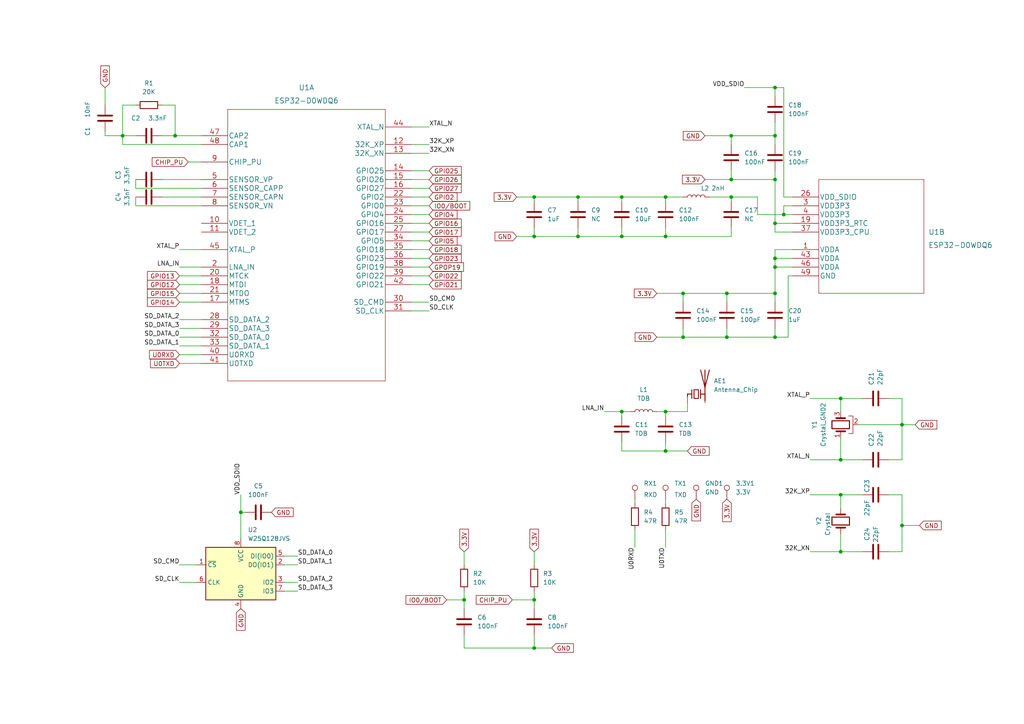
<source format=kicad_sch>
(kicad_sch (version 20211123) (generator eeschema)
  (paper "A4")
  (lib_symbols
    (symbol "Connector:TestPoint" (pin_numbers hide) (pin_names (offset 0.762) hide)
      (property "Reference" "TP" (at 0 6.858 0))
      (property "Value" "TestPoint" (at 0 5.08 0))
      (symbol "TestPoint_0_1"
        (circle (center 0 3.302) (radius 0.762))
      )
      (symbol "TestPoint_1_1"
        (pin passive line (at 0 0 90) (length 2.54) (name "1") (number "1"))
      )
    )
    (symbol "Device:Antenna_Chip" (pin_numbers hide) (pin_names (offset 1.016) hide)
      (property "Reference" "AE" (at 0 5.08 0))
      (property "Value" "Antenna_Chip" (at 0 3.175 0))
      (symbol "Antenna_Chip_0_1"
        (polyline (pts (xy -2.54 0) (xy -2.54 -0.635)) (stroke (width 0.254)))
        (polyline (pts (xy -2.54 0) (xy -1.27 0)) (stroke (width 0.254)))
        (polyline (pts (xy 1.27 0) (xy 2.54 0)) (stroke (width 0.254)))
        (polyline (pts (xy 1.27 1.27) (xy 1.27 -1.27)) (stroke (width 0.254)))
        (polyline (pts (xy 2.54 -0.635) (xy 2.54 0)))
        (polyline (pts (xy 2.54 6.985) (xy 2.54 -1.905)) (stroke (width 0.254)))
        (polyline (pts (xy -1.27 1.27) (xy -1.27 -1.27) (xy -1.27 0)) (stroke (width 0.254)))
        (polyline (pts (xy 3.81 6.985) (xy 2.54 1.905) (xy 1.27 6.985)) (stroke (width 0.254)))
        (polyline (pts (xy -0.635 1.27) (xy 0.635 1.27) (xy 0.635 -1.27) (xy -0.635 -1.27) (xy -0.635 1.27)) (stroke (width 0.254)))
      )
      (symbol "Antenna_Chip_1_1"
        (pin input line (at -2.54 -2.54 90) (length 2.54) (name "FEED") (number "1"))
        (pin passive line (at 2.54 -2.54 90) (length 2.54) (name "PCB_Trace") (number "2"))
      )
    )
    (symbol "Device:C" (pin_numbers hide) (pin_names (offset 0.254))
      (property "Reference" "C" (at 0.635 2.54 0))
      (property "Value" "C" (at 0.635 -2.54 0))
      (symbol "C_0_1"
        (polyline (pts (xy -2.032 -0.762) (xy 2.032 -0.762)) (stroke (width 0.508)))
        (polyline (pts (xy -2.032 0.762) (xy 2.032 0.762)) (stroke (width 0.508)))
      )
      (symbol "C_1_1"
        (pin passive line (at 0 3.81 270) (length 2.794) (name "~") (number "1"))
        (pin passive line (at 0 -3.81 90) (length 2.794) (name "~") (number "2"))
      )
    )
    (symbol "Device:Crystal" (pin_numbers hide) (pin_names (offset 1.016) hide)
      (property "Reference" "Y" (at 0 3.81 0))
      (property "Value" "Crystal" (at 0 -3.81 0))
      (symbol "Crystal_0_1"
        (rectangle (start -1.143 2.54) (end 1.143 -2.54) (stroke (width 0.3048)))
        (polyline (pts (xy -2.54 0) (xy -1.905 0)))
        (polyline (pts (xy -1.905 -1.27) (xy -1.905 1.27)) (stroke (width 0.508)))
        (polyline (pts (xy 1.905 -1.27) (xy 1.905 1.27)) (stroke (width 0.508)))
        (polyline (pts (xy 2.54 0) (xy 1.905 0)))
      )
      (symbol "Crystal_1_1"
        (pin passive line (at -3.81 0 0) (length 1.27) (name "1") (number "1"))
        (pin passive line (at 3.81 0 180) (length 1.27) (name "2") (number "2"))
      )
    )
    (symbol "Device:Crystal_GND2" (pin_names (offset 1.016) hide)
      (property "Reference" "Y" (at 0 5.715 0))
      (property "Value" "Crystal_GND2" (at 0 3.81 0))
      (symbol "Crystal_GND2_0_1"
        (rectangle (start -1.143 2.54) (end 1.143 -2.54) (stroke (width 0.3048)))
        (polyline (pts (xy -2.54 0) (xy -1.905 0)))
        (polyline (pts (xy -1.905 -1.27) (xy -1.905 1.27)) (stroke (width 0.508)))
        (polyline (pts (xy 0 -3.81) (xy 0 -3.556)))
        (polyline (pts (xy 1.905 0) (xy 2.54 0)))
        (polyline (pts (xy 1.905 1.27) (xy 1.905 -1.27)) (stroke (width 0.508)))
        (polyline (pts (xy -2.54 -2.286) (xy -2.54 -3.556) (xy 2.54 -3.556) (xy 2.54 -2.286)))
      )
      (symbol "Crystal_GND2_1_1"
        (pin passive line (at -3.81 0 0) (length 1.27) (name "1") (number "1"))
        (pin passive line (at 0 -5.08 90) (length 1.27) (name "2") (number "2"))
        (pin passive line (at 3.81 0 180) (length 1.27) (name "3") (number "3"))
      )
    )
    (symbol "Device:L" (pin_numbers hide) (pin_names (offset 1.016) hide)
      (property "Reference" "L" (at -1.27 0 90))
      (property "Value" "L" (at 1.905 0 90))
      (symbol "L_0_1"
        (arc (start 0 -2.54) (mid 0.635 -1.905) (end 0 -1.27))
        (arc (start 0 -1.27) (mid 0.635 -0.635) (end 0 0))
        (arc (start 0 0) (mid 0.635 0.635) (end 0 1.27))
        (arc (start 0 1.27) (mid 0.635 1.905) (end 0 2.54))
      )
      (symbol "L_1_1"
        (pin passive line (at 0 3.81 270) (length 1.27) (name "1") (number "1"))
        (pin passive line (at 0 -3.81 90) (length 1.27) (name "2") (number "2"))
      )
    )
    (symbol "Device:R" (pin_numbers hide) (pin_names (offset 0))
      (property "Reference" "R" (at 2.032 0 90))
      (property "Value" "R" (at 0 0 90))
      (symbol "R_0_1"
        (rectangle (start -1.016 -2.54) (end 1.016 2.54) (stroke (width 0.254)))
      )
      (symbol "R_1_1"
        (pin passive line (at 0 3.81 270) (length 1.27) (name "~") (number "1"))
        (pin passive line (at 0 -3.81 90) (length 1.27) (name "~") (number "2"))
      )
    )
    (symbol "ESP32-D0WDQ6:ESP32-D0WDQ6" (pin_names (offset 0.254))
      (property "Reference" "U" (at 30.48 12.7 0))
      (property "Value" "ESP32-D0WDQ6" (at 30.48 10.16 0))
      (symbol "ESP32-D0WDQ6_1_1"
        (polyline (pts (xy 7.62 -71.12) (xy 53.34 -71.12)) (stroke (width 0.127)))
        (polyline (pts (xy 7.62 7.62) (xy 7.62 -71.12)) (stroke (width 0.127)))
        (polyline (pts (xy 53.34 -71.12) (xy 53.34 7.62)) (stroke (width 0.127)))
        (polyline (pts (xy 53.34 7.62) (xy 7.62 7.62)) (stroke (width 0.127)))
        (pin input line (at 0 -25.4 0) (length 7.62) (name "VDET_1") (number "10"))
        (pin input line (at 0 -27.94 0) (length 7.62) (name "VDET_2") (number "11"))
        (pin bidirectional line (at 60.96 -2.54 180) (length 7.62) (name "32K_XP") (number "12"))
        (pin bidirectional line (at 60.96 -5.08 180) (length 7.62) (name "32K_XN") (number "13"))
        (pin bidirectional line (at 60.96 -10.16 180) (length 7.62) (name "GPIO25") (number "14"))
        (pin bidirectional line (at 60.96 -12.7 180) (length 7.62) (name "GPIO26") (number "15"))
        (pin bidirectional line (at 60.96 -15.24 180) (length 7.62) (name "GPIO27") (number "16"))
        (pin unspecified line (at 0 -48.26 0) (length 7.62) (name "MTMS") (number "17"))
        (pin unspecified line (at 0 -43.18 0) (length 7.62) (name "MTDI") (number "18"))
        (pin bidirectional line (at 0 -38.1 0) (length 7.62) (name "LNA_IN") (number "2"))
        (pin bidirectional line (at 0 -40.64 0) (length 7.62) (name "MTCK") (number "20"))
        (pin bidirectional line (at 0 -45.72 0) (length 7.62) (name "MTDO") (number "21"))
        (pin bidirectional line (at 60.96 -17.78 180) (length 7.62) (name "GPIO2") (number "22"))
        (pin bidirectional line (at 60.96 -20.32 180) (length 7.62) (name "GPIO0") (number "23"))
        (pin bidirectional line (at 60.96 -22.86 180) (length 7.62) (name "GPIO4") (number "24"))
        (pin bidirectional line (at 60.96 -25.4 180) (length 7.62) (name "GPIO16") (number "25"))
        (pin bidirectional line (at 60.96 -27.94 180) (length 7.62) (name "GPIO17") (number "27"))
        (pin bidirectional line (at 0 -53.34 0) (length 7.62) (name "SD_DATA_2") (number "28"))
        (pin bidirectional line (at 0 -55.88 0) (length 7.62) (name "SD_DATA_3") (number "29"))
        (pin bidirectional line (at 60.96 -48.26 180) (length 7.62) (name "SD_CMD") (number "30"))
        (pin bidirectional line (at 60.96 -50.8 180) (length 7.62) (name "SD_CLK") (number "31"))
        (pin bidirectional line (at 0 -58.42 0) (length 7.62) (name "SD_DATA_0") (number "32"))
        (pin bidirectional line (at 0 -60.96 0) (length 7.62) (name "SD_DATA_1") (number "33"))
        (pin bidirectional line (at 60.96 -30.48 180) (length 7.62) (name "GPIO5") (number "34"))
        (pin bidirectional line (at 60.96 -33.02 180) (length 7.62) (name "GPIO18") (number "35"))
        (pin bidirectional line (at 60.96 -35.56 180) (length 7.62) (name "GPIO23") (number "36"))
        (pin bidirectional line (at 60.96 -38.1 180) (length 7.62) (name "GPIO19") (number "38"))
        (pin bidirectional line (at 60.96 -40.64 180) (length 7.62) (name "GPIO22") (number "39"))
        (pin bidirectional line (at 0 -63.5 0) (length 7.62) (name "U0RXD") (number "40"))
        (pin bidirectional line (at 0 -66.04 0) (length 7.62) (name "U0TXD") (number "41"))
        (pin bidirectional line (at 60.96 -43.18 180) (length 7.62) (name "GPIO21") (number "42"))
        (pin output line (at 60.96 2.54 180) (length 7.62) (name "XTAL_N") (number "44"))
        (pin input line (at 0 -33.02 0) (length 7.62) (name "XTAL_P") (number "45"))
        (pin input line (at 0 0 0) (length 7.62) (name "CAP2") (number "47"))
        (pin input line (at 0 -2.54 0) (length 7.62) (name "CAP1") (number "48"))
        (pin input line (at 0 -12.7 0) (length 7.62) (name "SENSOR_VP") (number "5"))
        (pin input line (at 0 -15.24 0) (length 7.62) (name "SENSOR_CAPP") (number "6"))
        (pin input line (at 0 -17.78 0) (length 7.62) (name "SENSOR_CAPN") (number "7"))
        (pin input line (at 0 -20.32 0) (length 7.62) (name "SENSOR_VN") (number "8"))
        (pin input line (at 0 -7.62 0) (length 7.62) (name "CHIP_PU") (number "9"))
      )
      (symbol "ESP32-D0WDQ6_2_1"
        (polyline (pts (xy 7.62 -27.94) (xy 38.1 -27.94)) (stroke (width 0.127)))
        (polyline (pts (xy 7.62 5.08) (xy 7.62 -27.94)) (stroke (width 0.127)))
        (polyline (pts (xy 38.1 -27.94) (xy 38.1 5.08)) (stroke (width 0.127)))
        (polyline (pts (xy 38.1 5.08) (xy 7.62 5.08)) (stroke (width 0.127)))
        (pin power_in line (at 0 -15.24 0) (length 7.62) (name "VDDA") (number "1"))
        (pin power_in line (at 0 -7.62 0) (length 7.62) (name "VDD3P3_RTC") (number "19"))
        (pin power_in line (at 0 0 0) (length 7.62) (name "VDD_SDIO") (number "26"))
        (pin power_in line (at 0 -2.54 0) (length 7.62) (name "VDD3P3") (number "3"))
        (pin power_in line (at 0 -10.16 0) (length 7.62) (name "VDD3P3_CPU") (number "37"))
        (pin power_in line (at 0 -5.08 0) (length 7.62) (name "VDD3P3") (number "4"))
        (pin power_in line (at 0 -17.78 0) (length 7.62) (name "VDDA") (number "43"))
        (pin power_in line (at 0 -20.32 0) (length 7.62) (name "VDDA") (number "46"))
        (pin power_in line (at 0 -22.86 0) (length 7.62) (name "GND") (number "49"))
      )
    )
    (symbol "Memory_Flash:W25Q128JVS"
      (property "Reference" "U" (at -8.89 8.89 0))
      (property "Value" "W25Q128JVS" (at 7.62 8.89 0))
      (symbol "W25Q128JVS_0_1"
        (rectangle (start -10.16 7.62) (end 10.16 -7.62) (stroke (width 0.254)) (fill (type background)))
      )
      (symbol "W25Q128JVS_1_1"
        (pin input line (at -12.7 2.54 0) (length 2.54) (name "~{CS}") (number "1"))
        (pin bidirectional line (at 12.7 2.54 180) (length 2.54) (name "DO(IO1)") (number "2"))
        (pin bidirectional line (at 12.7 -2.54 180) (length 2.54) (name "IO2") (number "3"))
        (pin power_in line (at 0 -10.16 90) (length 2.54) (name "GND") (number "4"))
        (pin bidirectional line (at 12.7 5.08 180) (length 2.54) (name "DI(IO0)") (number "5"))
        (pin input line (at -12.7 -2.54 0) (length 2.54) (name "CLK") (number "6"))
        (pin bidirectional line (at 12.7 -5.08 180) (length 2.54) (name "IO3") (number "7"))
        (pin power_in line (at 0 10.16 270) (length 2.54) (name "VCC") (number "8"))
      )
    )
  )
  (junction (at 180.34 57.15))
  (junction (at 224.79 64.77))
  (junction (at 224.79 52.07))
  (junction (at 212.09 57.15))
  (junction (at 212.09 39.37))
  (junction (at 261.62 152.4))
  (junction (at 69.85 148.59))
  (junction (at 154.94 173.99))
  (junction (at 193.04 68.58))
  (junction (at 193.04 119.38))
  (junction (at 224.79 77.47))
  (junction (at 50.8 39.37))
  (junction (at 243.84 143.51))
  (junction (at 198.12 85.09))
  (junction (at 154.94 68.58))
  (junction (at 227.33 62.23))
  (junction (at 210.82 85.09))
  (junction (at 224.79 97.79))
  (junction (at 193.04 57.15))
  (junction (at 35.56 39.37))
  (junction (at 180.34 68.58))
  (junction (at 154.94 187.96))
  (junction (at 167.64 68.58))
  (junction (at 224.79 74.93))
  (junction (at 198.12 97.79))
  (junction (at 243.84 115.57))
  (junction (at 134.62 173.99))
  (junction (at 224.79 85.09))
  (junction (at 243.84 133.35))
  (junction (at 210.82 97.79))
  (junction (at 180.34 119.38))
  (junction (at 224.79 39.37))
  (junction (at 224.79 25.4))
  (junction (at 154.94 57.15))
  (junction (at 212.09 52.07))
  (junction (at 243.84 160.02))
  (junction (at 193.04 130.81))
  (junction (at 261.62 123.19))
  (junction (at 167.64 57.15))
  (wire (pts (xy 154.94 184.15) (xy 154.94 187.96)))
  (wire (pts (xy 52.07 82.55) (xy 58.42 82.55)))
  (wire (pts (xy 124.46 74.93) (xy 119.38 74.93)))
  (wire (pts (xy 212.09 52.07) (xy 224.79 52.07)))
  (wire (pts (xy 224.79 77.47) (xy 229.87 77.47)))
  (wire (pts (xy 198.12 85.09) (xy 198.12 87.63)))
  (wire (pts (xy 180.34 66.04) (xy 180.34 68.58)))
  (wire (pts (xy 50.8 30.48) (xy 50.8 39.37)))
  (wire (pts (xy 46.99 57.15) (xy 58.42 57.15)))
  (wire (pts (xy 35.56 39.37) (xy 39.37 39.37)))
  (wire (pts (xy 198.12 95.25) (xy 198.12 97.79)))
  (wire (pts (xy 52.07 80.01) (xy 58.42 80.01)))
  (wire (pts (xy 229.87 74.93) (xy 224.79 74.93)))
  (wire (pts (xy 46.99 39.37) (xy 50.8 39.37)))
  (wire (pts (xy 257.81 115.57) (xy 261.62 115.57)))
  (wire (pts (xy 124.46 82.55) (xy 119.38 82.55)))
  (wire (pts (xy 86.36 171.45) (xy 82.55 171.45)))
  (wire (pts (xy 243.84 154.94) (xy 243.84 160.02)))
  (wire (pts (xy 193.04 119.38) (xy 193.04 120.65)))
  (wire (pts (xy 182.88 119.38) (xy 180.34 119.38)))
  (wire (pts (xy 193.04 153.67) (xy 193.04 158.75)))
  (wire (pts (xy 257.81 143.51) (xy 261.62 143.51)))
  (wire (pts (xy 193.04 68.58) (xy 212.09 68.58)))
  (wire (pts (xy 243.84 115.57) (xy 250.19 115.57)))
  (wire (pts (xy 198.12 57.15) (xy 193.04 57.15)))
  (wire (pts (xy 124.46 57.15) (xy 119.38 57.15)))
  (wire (pts (xy 224.79 27.94) (xy 224.79 25.4)))
  (wire (pts (xy 215.9 25.4) (xy 224.79 25.4)))
  (wire (pts (xy 243.84 160.02) (xy 250.19 160.02)))
  (wire (pts (xy 124.46 69.85) (xy 119.38 69.85)))
  (wire (pts (xy 30.48 38.1) (xy 30.48 39.37)))
  (wire (pts (xy 261.62 115.57) (xy 261.62 123.19)))
  (wire (pts (xy 52.07 97.79) (xy 58.42 97.79)))
  (wire (pts (xy 124.46 54.61) (xy 119.38 54.61)))
  (wire (pts (xy 193.04 57.15) (xy 180.34 57.15)))
  (wire (pts (xy 124.46 59.69) (xy 119.38 59.69)))
  (wire (pts (xy 167.64 57.15) (xy 167.64 58.42)))
  (wire (pts (xy 180.34 130.81) (xy 193.04 130.81)))
  (wire (pts (xy 124.46 72.39) (xy 119.38 72.39)))
  (wire (pts (xy 148.59 173.99) (xy 154.94 173.99)))
  (wire (pts (xy 229.87 67.31) (xy 224.79 67.31)))
  (wire (pts (xy 212.09 57.15) (xy 219.71 57.15)))
  (wire (pts (xy 210.82 97.79) (xy 198.12 97.79)))
  (wire (pts (xy 124.46 44.45) (xy 119.38 44.45)))
  (wire (pts (xy 261.62 152.4) (xy 261.62 160.02)))
  (wire (pts (xy 229.87 57.15) (xy 227.33 57.15)))
  (wire (pts (xy 224.79 49.53) (xy 224.79 52.07)))
  (wire (pts (xy 134.62 173.99) (xy 134.62 176.53)))
  (wire (pts (xy 224.79 77.47) (xy 224.79 85.09)))
  (wire (pts (xy 39.37 52.07) (xy 39.37 54.61)))
  (wire (pts (xy 210.82 85.09) (xy 224.79 85.09)))
  (wire (pts (xy 154.94 171.45) (xy 154.94 173.99)))
  (wire (pts (xy 204.47 52.07) (xy 212.09 52.07)))
  (wire (pts (xy 224.79 85.09) (xy 224.79 87.63)))
  (wire (pts (xy 52.07 95.25) (xy 58.42 95.25)))
  (wire (pts (xy 234.95 160.02) (xy 243.84 160.02)))
  (wire (pts (xy 50.8 39.37) (xy 58.42 39.37)))
  (wire (pts (xy 52.07 105.41) (xy 58.42 105.41)))
  (wire (pts (xy 228.6 80.01) (xy 228.6 97.79)))
  (wire (pts (xy 46.99 30.48) (xy 50.8 30.48)))
  (wire (pts (xy 224.79 35.56) (xy 224.79 39.37)))
  (wire (pts (xy 134.62 184.15) (xy 134.62 187.96)))
  (wire (pts (xy 154.94 68.58) (xy 167.64 68.58)))
  (wire (pts (xy 52.07 100.33) (xy 58.42 100.33)))
  (wire (pts (xy 46.99 52.07) (xy 58.42 52.07)))
  (wire (pts (xy 69.85 148.59) (xy 71.12 148.59)))
  (wire (pts (xy 167.64 68.58) (xy 180.34 68.58)))
  (wire (pts (xy 261.62 123.19) (xy 265.43 123.19)))
  (wire (pts (xy 243.84 119.38) (xy 243.84 115.57)))
  (wire (pts (xy 261.62 143.51) (xy 261.62 152.4)))
  (wire (pts (xy 52.07 92.71) (xy 58.42 92.71)))
  (wire (pts (xy 58.42 59.69) (xy 39.37 59.69)))
  (wire (pts (xy 86.36 163.83) (xy 82.55 163.83)))
  (wire (pts (xy 234.95 133.35) (xy 243.84 133.35)))
  (wire (pts (xy 69.85 143.51) (xy 69.85 148.59)))
  (wire (pts (xy 224.79 64.77) (xy 224.79 67.31)))
  (wire (pts (xy 227.33 25.4) (xy 224.79 25.4)))
  (wire (pts (xy 184.15 153.67) (xy 184.15 158.75)))
  (wire (pts (xy 124.46 64.77) (xy 119.38 64.77)))
  (wire (pts (xy 30.48 25.4) (xy 30.48 30.48)))
  (wire (pts (xy 124.46 90.17) (xy 119.38 90.17)))
  (wire (pts (xy 261.62 152.4) (xy 266.7 152.4)))
  (wire (pts (xy 224.79 72.39) (xy 224.79 74.93)))
  (wire (pts (xy 212.09 39.37) (xy 224.79 39.37)))
  (wire (pts (xy 39.37 59.69) (xy 39.37 57.15)))
  (wire (pts (xy 261.62 123.19) (xy 248.92 123.19)))
  (wire (pts (xy 58.42 41.91) (xy 35.56 41.91)))
  (wire (pts (xy 227.33 62.23) (xy 229.87 62.23)))
  (wire (pts (xy 193.04 66.04) (xy 193.04 68.58)))
  (wire (pts (xy 149.86 57.15) (xy 154.94 57.15)))
  (wire (pts (xy 224.79 97.79) (xy 210.82 97.79)))
  (wire (pts (xy 243.84 143.51) (xy 250.19 143.51)))
  (wire (pts (xy 124.46 77.47) (xy 119.38 77.47)))
  (wire (pts (xy 224.79 52.07) (xy 224.79 64.77)))
  (wire (pts (xy 52.07 102.87) (xy 58.42 102.87)))
  (wire (pts (xy 124.46 67.31) (xy 119.38 67.31)))
  (wire (pts (xy 257.81 133.35) (xy 261.62 133.35)))
  (wire (pts (xy 212.09 39.37) (xy 212.09 41.91)))
  (wire (pts (xy 154.94 187.96) (xy 134.62 187.96)))
  (wire (pts (xy 210.82 85.09) (xy 210.82 87.63)))
  (wire (pts (xy 52.07 163.83) (xy 57.15 163.83)))
  (wire (pts (xy 180.34 68.58) (xy 193.04 68.58)))
  (wire (pts (xy 52.07 85.09) (xy 58.42 85.09)))
  (wire (pts (xy 160.02 187.96) (xy 154.94 187.96)))
  (wire (pts (xy 234.95 143.51) (xy 243.84 143.51)))
  (wire (pts (xy 52.07 77.47) (xy 58.42 77.47)))
  (wire (pts (xy 69.85 156.21) (xy 69.85 148.59)))
  (wire (pts (xy 154.94 57.15) (xy 154.94 58.42)))
  (wire (pts (xy 52.07 87.63) (xy 58.42 87.63)))
  (wire (pts (xy 224.79 39.37) (xy 224.79 41.91)))
  (wire (pts (xy 210.82 85.09) (xy 198.12 85.09)))
  (wire (pts (xy 52.07 72.39) (xy 58.42 72.39)))
  (wire (pts (xy 54.61 46.99) (xy 58.42 46.99)))
  (wire (pts (xy 86.36 168.91) (xy 82.55 168.91)))
  (wire (pts (xy 124.46 87.63) (xy 119.38 87.63)))
  (wire (pts (xy 243.84 133.35) (xy 243.84 127)))
  (wire (pts (xy 184.15 144.78) (xy 184.15 146.05)))
  (wire (pts (xy 229.87 59.69) (xy 227.33 59.69)))
  (wire (pts (xy 212.09 68.58) (xy 212.09 66.04)))
  (wire (pts (xy 180.34 57.15) (xy 167.64 57.15)))
  (wire (pts (xy 35.56 39.37) (xy 30.48 39.37)))
  (wire (pts (xy 224.79 64.77) (xy 229.87 64.77)))
  (wire (pts (xy 149.86 68.58) (xy 154.94 68.58)))
  (wire (pts (xy 39.37 54.61) (xy 58.42 54.61)))
  (wire (pts (xy 180.34 128.27) (xy 180.34 130.81)))
  (wire (pts (xy 250.19 133.35) (xy 243.84 133.35)))
  (wire (pts (xy 261.62 133.35) (xy 261.62 123.19)))
  (wire (pts (xy 124.46 36.83) (xy 119.38 36.83)))
  (wire (pts (xy 212.09 58.42) (xy 212.09 57.15)))
  (wire (pts (xy 52.07 168.91) (xy 57.15 168.91)))
  (wire (pts (xy 129.54 173.99) (xy 134.62 173.99)))
  (wire (pts (xy 193.04 144.78) (xy 193.04 146.05)))
  (wire (pts (xy 228.6 97.79) (xy 224.79 97.79)))
  (wire (pts (xy 227.33 59.69) (xy 227.33 62.23)))
  (wire (pts (xy 35.56 30.48) (xy 35.56 39.37)))
  (wire (pts (xy 39.37 30.48) (xy 35.56 30.48)))
  (wire (pts (xy 124.46 62.23) (xy 119.38 62.23)))
  (wire (pts (xy 124.46 49.53) (xy 119.38 49.53)))
  (wire (pts (xy 199.39 116.84) (xy 199.39 119.38)))
  (wire (pts (xy 234.95 115.57) (xy 243.84 115.57)))
  (wire (pts (xy 193.04 128.27) (xy 193.04 130.81)))
  (wire (pts (xy 228.6 80.01) (xy 229.87 80.01)))
  (wire (pts (xy 180.34 119.38) (xy 180.34 120.65)))
  (wire (pts (xy 193.04 57.15) (xy 193.04 58.42)))
  (wire (pts (xy 212.09 49.53) (xy 212.09 52.07)))
  (wire (pts (xy 205.74 57.15) (xy 212.09 57.15)))
  (wire (pts (xy 190.5 119.38) (xy 193.04 119.38)))
  (wire (pts (xy 210.82 95.25) (xy 210.82 97.79)))
  (wire (pts (xy 124.46 80.01) (xy 119.38 80.01)))
  (wire (pts (xy 229.87 72.39) (xy 224.79 72.39)))
  (wire (pts (xy 243.84 143.51) (xy 243.84 147.32)))
  (wire (pts (xy 219.71 57.15) (xy 219.71 62.23)))
  (wire (pts (xy 35.56 41.91) (xy 35.56 39.37)))
  (wire (pts (xy 219.71 62.23) (xy 227.33 62.23)))
  (wire (pts (xy 193.04 130.81) (xy 199.39 130.81)))
  (wire (pts (xy 224.79 95.25) (xy 224.79 97.79)))
  (wire (pts (xy 180.34 57.15) (xy 180.34 58.42)))
  (wire (pts (xy 227.33 57.15) (xy 227.33 25.4)))
  (wire (pts (xy 193.04 119.38) (xy 199.39 119.38)))
  (wire (pts (xy 198.12 97.79) (xy 190.5 97.79)))
  (wire (pts (xy 124.46 52.07) (xy 119.38 52.07)))
  (wire (pts (xy 167.64 57.15) (xy 154.94 57.15)))
  (wire (pts (xy 124.46 41.91) (xy 119.38 41.91)))
  (wire (pts (xy 204.47 39.37) (xy 212.09 39.37)))
  (wire (pts (xy 154.94 66.04) (xy 154.94 68.58)))
  (wire (pts (xy 154.94 173.99) (xy 154.94 176.53)))
  (wire (pts (xy 257.81 160.02) (xy 261.62 160.02)))
  (wire (pts (xy 86.36 161.29) (xy 82.55 161.29)))
  (wire (pts (xy 134.62 171.45) (xy 134.62 173.99)))
  (wire (pts (xy 134.62 160.02) (xy 134.62 163.83)))
  (wire (pts (xy 154.94 160.02) (xy 154.94 163.83)))
  (wire (pts (xy 224.79 74.93) (xy 224.79 77.47)))
  (wire (pts (xy 175.26 119.38) (xy 180.34 119.38)))
  (wire (pts (xy 167.64 66.04) (xy 167.64 68.58)))
  (wire (pts (xy 190.5 85.09) (xy 198.12 85.09)))
  (label "SD_DATA_3" (at 86.36 171.45 0))
  (label "VDD_SDIO" (at 215.9 25.4 180))
  (label "SD_DATA_0" (at 86.36 161.29 0))
  (label "SD_DATA_2" (at 86.36 168.91 0))
  (label "LNA_IN" (at 175.26 119.38 180))
  (label "SD_CLK" (at 52.07 168.91 180))
  (label "SD_DATA_1" (at 52.07 100.33 180))
  (label "SD_CMD" (at 52.07 163.83 180))
  (label "SD_DATA_0" (at 52.07 97.79 180))
  (label "SD_DATA_2" (at 52.07 92.71 180))
  (label "XTAL_N" (at 234.95 133.35 180))
  (label "XTAL_P" (at 234.95 115.57 180))
  (label "U0RXD" (at 184.15 158.75 270))
  (label "32K_XP" (at 124.46 41.91 0))
  (label "XTAL_P" (at 52.07 72.39 180))
  (label "SD_DATA_1" (at 86.36 163.83 0))
  (label "32K_XN" (at 234.95 160.02 180))
  (label "SD_DATA_3" (at 52.07 95.25 180))
  (label "U0TXD" (at 193.04 158.75 270))
  (label "SD_CLK" (at 124.46 90.17 0))
  (label "SD_CMD" (at 124.46 87.63 0))
  (label "32K_XP" (at 234.95 143.51 180))
  (label "LNA_IN" (at 52.07 77.47 180))
  (label "XTAL_N" (at 124.46 36.83 0))
  (label "32K_XN" (at 124.46 44.45 0))
  (label "VDD_SDIO" (at 69.85 143.51 90))
  (global_label "GND" (shape input) (at 190.5 97.79 180) (property "Intersheet References" "${INTERSHEET_REFS}" (effects hide)))
  (global_label "GND" (shape input) (at 201.93 144.78 270) (property "Intersheet References" "${INTERSHEET_REFS}" (effects hide)))
  (global_label "3.3V" (shape input) (at 210.82 144.78 270) (property "Intersheet References" "${INTERSHEET_REFS}" (effects hide)))
  (global_label "GND" (shape input) (at 78.74 148.59 0) (property "Intersheet References" "${INTERSHEET_REFS}" (effects hide)))
  (global_label "GND" (shape input) (at 199.39 130.81 0) (property "Intersheet References" "${INTERSHEET_REFS}" (effects hide)))
  (global_label "CHIP_PU" (shape input) (at 54.61 46.99 180) (property "Intersheet References" "${INTERSHEET_REFS}" (effects hide)))
  (global_label "GPIO21" (shape input) (at 124.46 82.55 0) (property "Intersheet References" "${INTERSHEET_REFS}" (effects hide)))
  (global_label "GPIO4" (shape input) (at 124.46 62.23 0) (property "Intersheet References" "${INTERSHEET_REFS}" (effects hide)))
  (global_label "U0RXD" (shape input) (at 52.07 102.87 180) (property "Intersheet References" "${INTERSHEET_REFS}" (effects hide)))
  (global_label "GPIO16" (shape input) (at 124.46 64.77 0) (property "Intersheet References" "${INTERSHEET_REFS}" (effects hide)))
  (global_label "IO0{slash}BOOT" (shape input) (at 129.54 173.99 180) (property "Intersheet References" "${INTERSHEET_REFS}" (effects hide)))
  (global_label "GPIO22" (shape input) (at 124.46 80.01 0) (property "Intersheet References" "${INTERSHEET_REFS}" (effects hide)))
  (global_label "GPIO5" (shape input) (at 124.46 69.85 0) (property "Intersheet References" "${INTERSHEET_REFS}" (effects hide)))
  (global_label "3.3V" (shape input) (at 154.94 160.02 90) (property "Intersheet References" "${INTERSHEET_REFS}" (effects hide)))
  (global_label "GPIO12" (shape input) (at 52.07 82.55 180) (property "Intersheet References" "${INTERSHEET_REFS}" (effects hide)))
  (global_label "IO0{slash}BOOT" (shape input) (at 124.46 59.69 0) (property "Intersheet References" "${INTERSHEET_REFS}" (effects hide)))
  (global_label "3.3V" (shape input) (at 204.47 52.07 180) (property "Intersheet References" "${INTERSHEET_REFS}" (effects hide)))
  (global_label "3.3V" (shape input) (at 190.5 85.09 180) (property "Intersheet References" "${INTERSHEET_REFS}" (effects hide)))
  (global_label "GPIO2" (shape input) (at 124.46 57.15 0) (property "Intersheet References" "${INTERSHEET_REFS}" (effects hide)))
  (global_label "CHIP_PU" (shape input) (at 148.59 173.99 180) (property "Intersheet References" "${INTERSHEET_REFS}" (effects hide)))
  (global_label "GPIO18" (shape input) (at 124.46 72.39 0) (property "Intersheet References" "${INTERSHEET_REFS}" (effects hide)))
  (global_label "GPIO17" (shape input) (at 124.46 67.31 0) (property "Intersheet References" "${INTERSHEET_REFS}" (effects hide)))
  (global_label "GPIO23" (shape input) (at 124.46 74.93 0) (property "Intersheet References" "${INTERSHEET_REFS}" (effects hide)))
  (global_label "GPOP19" (shape input) (at 124.46 77.47 0) (property "Intersheet References" "${INTERSHEET_REFS}" (effects hide)))
  (global_label "GPIO27" (shape input) (at 124.46 54.61 0) (property "Intersheet References" "${INTERSHEET_REFS}" (effects hide)))
  (global_label "GND" (shape input) (at 266.7 152.4 0) (property "Intersheet References" "${INTERSHEET_REFS}" (effects hide)))
  (global_label "GPIO26" (shape input) (at 124.46 52.07 0) (property "Intersheet References" "${INTERSHEET_REFS}" (effects hide)))
  (global_label "GND" (shape input) (at 30.48 25.4 90) (property "Intersheet References" "${INTERSHEET_REFS}" (effects hide)))
  (global_label "GND" (shape input) (at 160.02 187.96 0) (property "Intersheet References" "${INTERSHEET_REFS}" (effects hide)))
  (global_label "GPIO15" (shape input) (at 52.07 85.09 180) (property "Intersheet References" "${INTERSHEET_REFS}" (effects hide)))
  (global_label "GPIO14" (shape input) (at 52.07 87.63 180) (property "Intersheet References" "${INTERSHEET_REFS}" (effects hide)))
  (global_label "GND" (shape input) (at 204.47 39.37 180) (property "Intersheet References" "${INTERSHEET_REFS}" (effects hide)))
  (global_label "GPIO25" (shape input) (at 124.46 49.53 0) (property "Intersheet References" "${INTERSHEET_REFS}" (effects hide)))
  (global_label "3.3V" (shape input) (at 134.62 160.02 90) (property "Intersheet References" "${INTERSHEET_REFS}" (effects hide)))
  (global_label "GND" (shape input) (at 149.86 68.58 180) (property "Intersheet References" "${INTERSHEET_REFS}" (effects hide)))
  (global_label "U0TXD" (shape input) (at 52.07 105.41 180) (property "Intersheet References" "${INTERSHEET_REFS}" (effects hide)))
  (global_label "3.3V" (shape input) (at 149.86 57.15 180) (property "Intersheet References" "${INTERSHEET_REFS}" (effects hide)))
  (global_label "GND" (shape input) (at 265.43 123.19 0) (property "Intersheet References" "${INTERSHEET_REFS}" (effects hide)))
  (global_label "GND" (shape input) (at 69.85 176.53 270) (property "Intersheet References" "${INTERSHEET_REFS}" (effects hide)))
  (global_label "GPIO13" (shape input) (at 52.07 80.01 180) (property "Intersheet References" "${INTERSHEET_REFS}" (effects hide)))
  (symbol (lib_id "Device:C") (at 43.18 52.07 270) (unit 1)
    (property "Reference" "C3" (at 34.29 50.8 0))
    (property "Value" "3.3nF" (at 36.83 50.8 0))
    (property "Footprint" "Capacitor_SMD:C_0402_1005Metric" (effects hide))
  )
  (symbol (lib_id "Device:C") (at 254 133.35 90) (unit 1)
    (property "Reference" "C22" (at 252.7299 129.54 0) (effects (justify left)))
    (property "Value" "22pF" (at 255.2699 129.54 0) (effects (justify left)))
    (property "Footprint" "Capacitor_SMD:C_0402_1005Metric" (effects hide))
  )
  (symbol (lib_id "Connector:TestPoint") (at 201.93 144.78 0) (unit 1)
    (property "Reference" "GND1" (at 204.47 140.2079 0) (effects (justify left)))
    (property "Value" "GND" (at 204.47 142.7479 0) (effects (justify left)))
    (property "Footprint" "TestPoint:TestPoint_Pad_D1.0mm" (effects hide))
  )
  (symbol (lib_id "Device:C") (at 212.09 45.72 0) (unit 1)
    (property "Reference" "C16" (at 215.9 44.4499 0) (effects (justify left)))
    (property "Value" "100nF" (at 215.9 46.9899 0) (effects (justify left)))
    (property "Footprint" "Capacitor_SMD:C_0402_1005Metric" (effects hide))
  )
  (symbol (lib_id "Device:R") (at 134.62 167.64 0) (unit 1)
    (property "Reference" "R2" (at 137.16 166.3699 0) (effects (justify left)))
    (property "Value" "10K" (at 137.16 168.9099 0) (effects (justify left)))
    (property "Footprint" "Resistor_SMD:R_0402_1005Metric" (effects hide))
  )
  (symbol (lib_id "Device:Crystal_GND2") (at 243.84 123.19 90) (unit 1)
    (property "Reference" "Y1" (at 236.22 123.19 0))
    (property "Value" "Crystal_GND2" (at 238.76 123.19 0))
    (property "Footprint" "Crystal:Crystal_SMD_Abracon_ABM8G-4Pin_3.2x2.5mm" (effects hide))
  )
  (symbol (lib_id "Device:C") (at 180.34 124.46 0) (unit 1)
    (property "Reference" "C11" (at 184.15 123.1899 0) (effects (justify left)))
    (property "Value" "TDB" (at 184.15 125.7299 0) (effects (justify left)))
    (property "Footprint" "Capacitor_SMD:C_0402_1005Metric" (effects hide))
  )
  (symbol (lib_id "Device:L") (at 186.69 119.38 90) (unit 1)
    (property "Reference" "L1" (at 186.69 113.03 90))
    (property "Value" "TDB" (at 186.69 115.57 90))
    (property "Footprint" "Inductor_SMD:L_0603_1608Metric" (effects hide))
  )
  (symbol (lib_id "Device:C") (at 254 115.57 90) (unit 1)
    (property "Reference" "C21" (at 252.7299 111.76 0) (effects (justify left)))
    (property "Value" "22pF" (at 255.2699 111.76 0) (effects (justify left)))
    (property "Footprint" "Capacitor_SMD:C_0402_1005Metric" (effects hide))
  )
  (symbol (lib_id "Device:R") (at 193.04 149.86 0) (unit 1)
    (property "Reference" "R5" (at 195.58 148.5899 0) (effects (justify left)))
    (property "Value" "47R" (at 195.58 151.1299 0) (effects (justify left)))
    (property "Footprint" "Resistor_SMD:R_0402_1005Metric" (effects hide))
  )
  (symbol (lib_id "Device:C") (at 134.62 180.34 0) (unit 1)
    (property "Reference" "C6" (at 138.43 179.0699 0) (effects (justify left)))
    (property "Value" "100nF" (at 138.43 181.6099 0) (effects (justify left)))
    (property "Footprint" "Capacitor_SMD:C_0402_1005Metric" (effects hide))
  )
  (symbol (lib_id "Device:L") (at 201.93 57.15 90) (unit 1)
    (property "Reference" "L2" (at 204.47 54.61 90))
    (property "Value" "2nH" (at 208.28 54.61 90))
    (property "Footprint" "Inductor_SMD:L_0603_1608Metric" (effects hide))
  )
  (symbol (lib_id "Device:C") (at 224.79 45.72 0) (unit 1)
    (property "Reference" "C19" (at 228.6 44.4499 0) (effects (justify left)))
    (property "Value" "100nF" (at 228.6 46.9899 0) (effects (justify left)))
    (property "Footprint" "Capacitor_SMD:C_0402_1005Metric" (effects hide))
  )
  (symbol (lib_id "Device:C") (at 254 143.51 90) (unit 1)
    (property "Reference" "C23" (at 251.46 140.97 0))
    (property "Value" "22pF" (at 251.46 147.32 0))
    (property "Footprint" "Capacitor_SMD:C_0402_1005Metric" (effects hide))
  )
  (symbol (lib_id "Device:C") (at 212.09 62.23 0) (unit 1)
    (property "Reference" "C17" (at 215.9 60.9599 0) (effects (justify left)))
    (property "Value" "NC" (at 215.9 63.4999 0) (effects (justify left)))
    (property "Footprint" "Capacitor_SMD:C_0402_1005Metric" (effects hide))
  )
  (symbol (lib_id "Device:R") (at 43.18 30.48 90) (unit 1)
    (property "Reference" "R1" (at 43.18 24.13 90))
    (property "Value" "20K" (at 43.18 26.67 90))
    (property "Footprint" "Resistor_SMD:R_0402_1005Metric" (effects hide))
  )
  (symbol (lib_id "Connector:TestPoint") (at 210.82 144.78 0) (unit 1)
    (property "Reference" "3.3V1" (at 213.36 140.2079 0) (effects (justify left)))
    (property "Value" "3.3V" (at 213.36 142.7479 0) (effects (justify left)))
    (property "Footprint" "TestPoint:TestPoint_Pad_D1.0mm" (effects hide))
  )
  (symbol (lib_id "Device:C") (at 193.04 62.23 0) (unit 1)
    (property "Reference" "C12" (at 196.85 60.9599 0) (effects (justify left)))
    (property "Value" "100nF" (at 196.85 63.4999 0) (effects (justify left)))
    (property "Footprint" "Capacitor_SMD:C_0402_1005Metric" (effects hide))
  )
  (symbol (lib_id "Device:C") (at 224.79 31.75 0) (unit 1)
    (property "Reference" "C18" (at 228.6 30.4799 0) (effects (justify left)))
    (property "Value" "100nF" (at 228.6 33.0199 0) (effects (justify left)))
    (property "Footprint" "Capacitor_SMD:C_0402_1005Metric" (effects hide))
  )
  (symbol (lib_id "Memory_Flash:W25Q128JVS") (at 69.85 166.37 0) (unit 1)
    (property "Reference" "U2" (at 71.8694 153.67 0) (effects (justify left)))
    (property "Value" "W25Q128JVS" (at 71.8694 156.21 0) (effects (justify left)))
    (property "Footprint" "Package_SO:SOIC-8_5.23x5.23mm_P1.27mm" (effects hide))
    (property "Datasheet" "http://www.winbond.com/resource-files/w25q128jv_dtr%20revc%2003272018%20plus.pdf" (effects hide))
  )
  (symbol (lib_id "Device:C") (at 74.93 148.59 90) (unit 1)
    (property "Reference" "C5" (at 74.93 140.97 90))
    (property "Value" "100nF" (at 74.93 143.51 90))
    (property "Footprint" "Capacitor_SMD:C_0402_1005Metric" (effects hide))
  )
  (symbol (lib_id "Device:Crystal") (at 243.84 151.13 90) (unit 1)
    (property "Reference" "Y2" (at 237.49 149.86 0) (effects (justify right)))
    (property "Value" "Crystal" (at 240.03 148.59 0) (effects (justify right)))
    (property "Footprint" "Crystal:Crystal_SMD_EuroQuartz_EQ161-2Pin_3.2x1.5mm" (effects hide))
  )
  (symbol (lib_id "Device:Antenna_Chip") (at 201.93 114.3 0) (unit 1)
    (property "Reference" "AE1" (at 207.01 110.4899 0) (effects (justify left)))
    (property "Value" "Antenna_Chip" (at 207.01 113.0299 0) (effects (justify left)))
    (property "Footprint" "RF_Antenna:Johanson_2450AT18x100" (effects hide))
  )
  (symbol (lib_id "Device:C") (at 254 160.02 90) (unit 1)
    (property "Reference" "C24" (at 251.46 154.94 0))
    (property "Value" "22pF" (at 254 154.94 0))
    (property "Footprint" "Capacitor_SMD:C_0402_1005Metric" (effects hide))
  )
  (symbol (lib_id "Device:C") (at 224.79 91.44 0) (unit 1)
    (property "Reference" "C20" (at 228.6 90.1699 0) (effects (justify left)))
    (property "Value" "1uF" (at 228.6 92.7099 0) (effects (justify left)))
    (property "Footprint" "Capacitor_SMD:C_0402_1005Metric" (effects hide))
  )
  (symbol (lib_id "Device:C") (at 180.34 62.23 0) (unit 1)
    (property "Reference" "C10" (at 184.15 60.9599 0) (effects (justify left)))
    (property "Value" "10uF" (at 184.15 63.4999 0) (effects (justify left)))
    (property "Footprint" "Capacitor_SMD:C_0402_1005Metric" (effects hide))
  )
  (symbol (lib_id "Device:R") (at 184.15 149.86 0) (unit 1)
    (property "Reference" "R4" (at 186.69 148.5899 0) (effects (justify left)))
    (property "Value" "47R" (at 186.69 151.1299 0) (effects (justify left)))
    (property "Footprint" "Resistor_SMD:R_0402_1005Metric" (effects hide))
  )
  (symbol (lib_id "Device:C") (at 210.82 91.44 0) (unit 1)
    (property "Reference" "C15" (at 214.63 90.1699 0) (effects (justify left)))
    (property "Value" "100pF" (at 214.63 92.7099 0) (effects (justify left)))
    (property "Footprint" "Capacitor_SMD:C_0402_1005Metric" (effects hide))
  )
  (symbol (lib_id "Device:C") (at 43.18 57.15 270) (unit 1)
    (property "Reference" "C4" (at 34.29 57.15 0))
    (property "Value" "3.3nF" (at 36.83 57.15 0))
    (property "Footprint" "Capacitor_SMD:C_0402_1005Metric" (effects hide))
  )
  (symbol (lib_id "Device:C") (at 43.18 39.37 90) (unit 1)
    (property "Reference" "C2" (at 39.37 34.29 90))
    (property "Value" "3.3nF" (at 45.72 34.29 90))
    (property "Footprint" "Capacitor_SMD:C_0402_1005Metric" (effects hide))
  )
  (symbol (lib_id "Device:C") (at 30.48 34.29 180) (unit 1)
    (property "Reference" "C1" (at 25.4 38.1 90))
    (property "Value" "10nF" (at 25.4 31.75 90))
    (property "Footprint" "Capacitor_SMD:C_0402_1005Metric" (effects hide))
  )
  (symbol (lib_id "Connector:TestPoint") (at 193.04 144.78 0) (unit 1)
    (property "Reference" "TX1" (at 195.58 140.2079 0) (effects (justify left)))
    (property "Value" "TXD" (at 195.58 143.51 0) (effects (justify left)))
    (property "Footprint" "TestPoint:TestPoint_Pad_D1.0mm" (effects hide))
  )
  (symbol (lib_id "ESP32-D0WDQ6:ESP32-D0WDQ6") (at 58.42 39.37 0) (unit 1)
    (property "Reference" "U1" (at 88.9 25.4 0) (effects (font (size 1.524 1.524))))
    (property "Value" "ESP32-D0WDQ6" (at 88.9 29.21 0) (effects (font (size 1.524 1.524))))
    (property "Footprint" "footprints:ESP32-D0WDQ6" (effects hide))
  )
  (symbol (lib_id "Device:C") (at 193.04 124.46 180) (unit 1)
    (property "Reference" "C13" (at 196.85 123.1899 0) (effects (justify right)))
    (property "Value" "TDB" (at 196.85 125.7299 0) (effects (justify right)))
    (property "Footprint" "Capacitor_SMD:C_0402_1005Metric" (effects hide))
  )
  (symbol (lib_id "Device:R") (at 154.94 167.64 0) (unit 1)
    (property "Reference" "R3" (at 157.48 166.3699 0) (effects (justify left)))
    (property "Value" "10K" (at 157.48 168.9099 0) (effects (justify left)))
    (property "Footprint" "Resistor_SMD:R_0402_1005Metric" (effects hide))
  )
  (symbol (lib_id "ESP32-D0WDQ6:ESP32-D0WDQ6") (at 229.87 57.15 0) (unit 2)
    (property "Reference" "U1" (at 269.24 67.31 0) (effects (font (size 1.524 1.524)) (justify left)))
    (property "Value" "ESP32-D0WDQ6" (at 269.24 71.12 0) (effects (font (size 1.524 1.524)) (justify left)))
    (property "Footprint" "footprints:ESP32-D0WDQ6" (effects hide))
  )
  (symbol (lib_id "Device:C") (at 154.94 180.34 0) (unit 1)
    (property "Reference" "C8" (at 158.75 179.0699 0) (effects (justify left)))
    (property "Value" "100nF" (at 158.75 181.6099 0) (effects (justify left)))
    (property "Footprint" "Capacitor_SMD:C_0402_1005Metric" (effects hide))
  )
  (symbol (lib_id "Device:C") (at 198.12 91.44 0) (unit 1)
    (property "Reference" "C14" (at 201.93 90.1699 0) (effects (justify left)))
    (property "Value" "100nF" (at 201.93 92.7099 0) (effects (justify left)))
    (property "Footprint" "Capacitor_SMD:C_0402_1005Metric" (effects hide))
  )
  (symbol (lib_id "Device:C") (at 154.94 62.23 0) (unit 1)
    (property "Reference" "C7" (at 158.75 60.9599 0) (effects (justify left)))
    (property "Value" "1uF" (at 158.75 63.4999 0) (effects (justify left)))
    (property "Footprint" "Capacitor_SMD:C_0402_1005Metric" (effects hide))
  )
  (symbol (lib_id "Device:C") (at 167.64 62.23 0) (unit 1)
    (property "Reference" "C9" (at 171.45 60.9599 0) (effects (justify left)))
    (property "Value" "NC" (at 171.45 63.4999 0) (effects (justify left)))
    (property "Footprint" "Capacitor_SMD:C_0402_1005Metric" (effects hide))
  )
  (symbol (lib_id "Connector:TestPoint") (at 184.15 144.78 0) (unit 1)
    (property "Reference" "RX1" (at 186.69 140.2079 0) (effects (justify left)))
    (property "Value" "RXD" (at 186.69 143.51 0) (effects (justify left)))
    (property "Footprint" "TestPoint:TestPoint_Pad_D1.0mm" (effects hide))
  )
)
</source>
